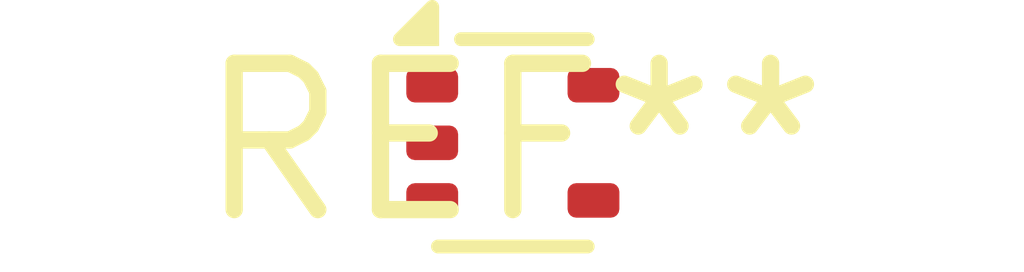
<source format=kicad_pcb>
(kicad_pcb (version 20240108) (generator pcbnew)
  (layers (0 "F.Cu" signal) (31 "B.Cu" signal) (34 "B.Paste" user) (35 "F.Paste" user) (36 "B.SilkS" user "B.Silkscreen") (37 "F.SilkS" user "F.Silkscreen") (38 "B.Mask" user) (39 "F.Mask" user) (44 "Edge.Cuts" user))
  (net 0 "")
  (footprint "SOT-553" (layer "F.Cu") (at 0 0)
    (property "Reference" "REF**")
    (property "Value" "SOT-553")
    (fp_line (start 0.65 -0.9) (end -0.45 -0.9) (layer "F.SilkS") (stroke (width 0.12)))
    (fp_line (start 0.65 0.9) (end -0.65 0.9) (layer "F.SilkS") (stroke (width 0.12)))
    (fp_poly (pts (xy -0.7 -0.9) (xy -0.98 -0.9) (xy -0.7 -1.18) (xy -0.7 -0.9)) (layer "F.SilkS") (stroke (width 0.12)) (fill solid))
    (pad "1" smd roundrect (at -0.7 -0.5) (size 0.45 0.3) (layers "F.Cu" "F.Paste" "F.Mask"))
    (pad "2" smd roundrect (at -0.7 0) (size 0.45 0.3) (layers "F.Cu" "F.Paste" "F.Mask"))
    (pad "3" smd roundrect (at -0.7 0.5) (size 0.45 0.3) (layers "F.Cu" "F.Paste" "F.Mask"))
    (pad "4" smd roundrect (at 0.7 0.5) (size 0.45 0.3) (layers "F.Cu" "F.Paste" "F.Mask"))
    (pad "5" smd roundrect (at 0.7 -0.5) (size 0.45 0.3) (layers "F.Cu" "F.Paste" "F.Mask"))
  )
)
</source>
